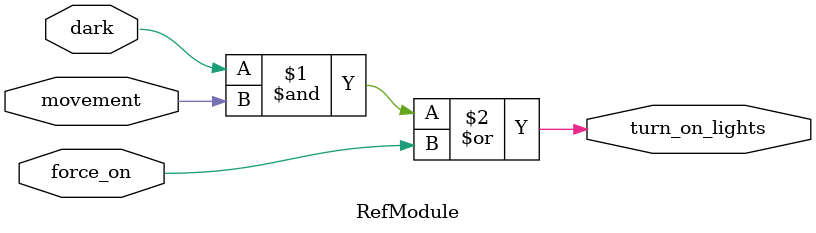
<source format=v>

module RefModule
(
  input  dark,
  input  movement,
  input  force_on,
  output turn_on_lights
);

 assign turn_on_lights = (dark & movement) | force_on;

endmodule


</source>
